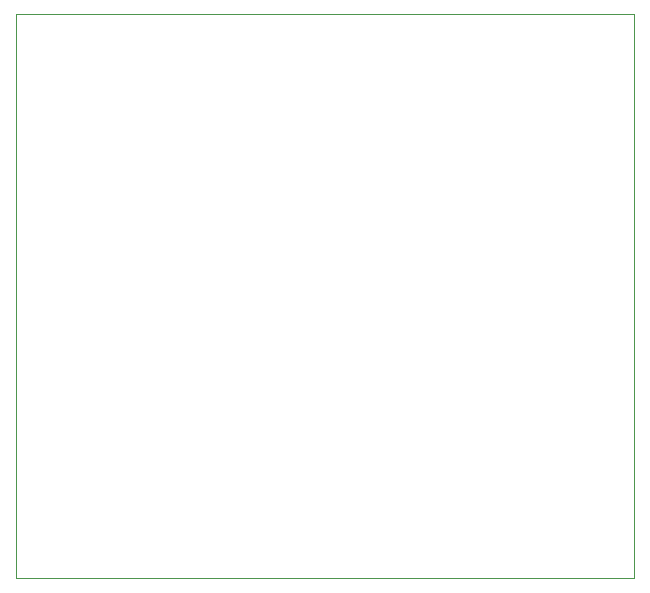
<source format=gm1>
G04 #@! TF.GenerationSoftware,KiCad,Pcbnew,(5.99.0-1153-ge46e2e4e7)*
G04 #@! TF.CreationDate,2020-03-27T12:47:27+02:00*
G04 #@! TF.ProjectId,triton-delay,74726974-6f6e-42d6-9465-6c61792e6b69,rev?*
G04 #@! TF.SameCoordinates,Original*
G04 #@! TF.FileFunction,Profile,NP*
%FSLAX46Y46*%
G04 Gerber Fmt 4.6, Leading zero omitted, Abs format (unit mm)*
G04 Created by KiCad (PCBNEW (5.99.0-1153-ge46e2e4e7)) date 2020-03-27 12:47:27*
%MOMM*%
%LPD*%
G01*
G04 APERTURE LIST*
G04 #@! TA.AperFunction,Profile*
%ADD10C,0.100000*%
G04 #@! TD*
G04 APERTURE END LIST*
D10*
X138176000Y-39116000D02*
X138176000Y-86868000D01*
X85852000Y-39116000D02*
X138176000Y-39116000D01*
X85852000Y-86868000D02*
X85852000Y-39116000D01*
X138176000Y-86868000D02*
X85852000Y-86868000D01*
M02*

</source>
